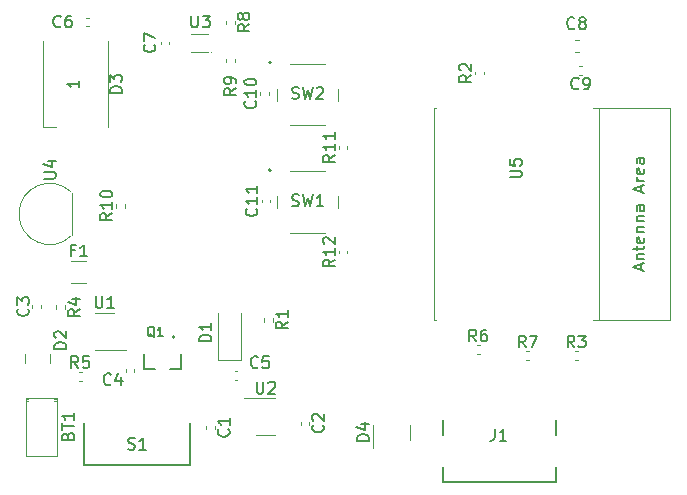
<source format=gbr>
%TF.GenerationSoftware,KiCad,Pcbnew,7.0.8*%
%TF.CreationDate,2023-10-04T18:10:58+08:00*%
%TF.ProjectId,Arsnic,4172736e-6963-42e6-9b69-6361645f7063,rev?*%
%TF.SameCoordinates,Original*%
%TF.FileFunction,Legend,Top*%
%TF.FilePolarity,Positive*%
%FSLAX46Y46*%
G04 Gerber Fmt 4.6, Leading zero omitted, Abs format (unit mm)*
G04 Created by KiCad (PCBNEW 7.0.8) date 2023-10-04 18:10:58*
%MOMM*%
%LPD*%
G01*
G04 APERTURE LIST*
%ADD10C,0.150000*%
%ADD11C,0.127000*%
%ADD12C,0.120000*%
%ADD13C,0.200000*%
%ADD14C,0.100000*%
G04 APERTURE END LIST*
D10*
X109887537Y-138507504D02*
X110030499Y-138555157D01*
X110030499Y-138555157D02*
X110268768Y-138555157D01*
X110268768Y-138555157D02*
X110364076Y-138507504D01*
X110364076Y-138507504D02*
X110411730Y-138459850D01*
X110411730Y-138459850D02*
X110459384Y-138364542D01*
X110459384Y-138364542D02*
X110459384Y-138269234D01*
X110459384Y-138269234D02*
X110411730Y-138173926D01*
X110411730Y-138173926D02*
X110364076Y-138126272D01*
X110364076Y-138126272D02*
X110268768Y-138078618D01*
X110268768Y-138078618D02*
X110078153Y-138030964D01*
X110078153Y-138030964D02*
X109982845Y-137983311D01*
X109982845Y-137983311D02*
X109935191Y-137935657D01*
X109935191Y-137935657D02*
X109887537Y-137840349D01*
X109887537Y-137840349D02*
X109887537Y-137745041D01*
X109887537Y-137745041D02*
X109935191Y-137649733D01*
X109935191Y-137649733D02*
X109982845Y-137602079D01*
X109982845Y-137602079D02*
X110078153Y-137554425D01*
X110078153Y-137554425D02*
X110316422Y-137554425D01*
X110316422Y-137554425D02*
X110459384Y-137602079D01*
X111412462Y-138555157D02*
X110840615Y-138555157D01*
X111126539Y-138555157D02*
X111126539Y-137554425D01*
X111126539Y-137554425D02*
X111031231Y-137697387D01*
X111031231Y-137697387D02*
X110935923Y-137792695D01*
X110935923Y-137792695D02*
X110840615Y-137840349D01*
X109354819Y-108338094D02*
X108354819Y-108338094D01*
X108354819Y-108338094D02*
X108354819Y-108099999D01*
X108354819Y-108099999D02*
X108402438Y-107957142D01*
X108402438Y-107957142D02*
X108497676Y-107861904D01*
X108497676Y-107861904D02*
X108592914Y-107814285D01*
X108592914Y-107814285D02*
X108783390Y-107766666D01*
X108783390Y-107766666D02*
X108926247Y-107766666D01*
X108926247Y-107766666D02*
X109116723Y-107814285D01*
X109116723Y-107814285D02*
X109211961Y-107861904D01*
X109211961Y-107861904D02*
X109307200Y-107957142D01*
X109307200Y-107957142D02*
X109354819Y-108099999D01*
X109354819Y-108099999D02*
X109354819Y-108338094D01*
X108354819Y-107433332D02*
X108354819Y-106814285D01*
X108354819Y-106814285D02*
X108735771Y-107147618D01*
X108735771Y-107147618D02*
X108735771Y-107004761D01*
X108735771Y-107004761D02*
X108783390Y-106909523D01*
X108783390Y-106909523D02*
X108831009Y-106861904D01*
X108831009Y-106861904D02*
X108926247Y-106814285D01*
X108926247Y-106814285D02*
X109164342Y-106814285D01*
X109164342Y-106814285D02*
X109259580Y-106861904D01*
X109259580Y-106861904D02*
X109307200Y-106909523D01*
X109307200Y-106909523D02*
X109354819Y-107004761D01*
X109354819Y-107004761D02*
X109354819Y-107290475D01*
X109354819Y-107290475D02*
X109307200Y-107385713D01*
X109307200Y-107385713D02*
X109259580Y-107433332D01*
X105754819Y-107314285D02*
X105754819Y-107885713D01*
X105754819Y-107599999D02*
X104754819Y-107599999D01*
X104754819Y-107599999D02*
X104897676Y-107695237D01*
X104897676Y-107695237D02*
X104992914Y-107790475D01*
X104992914Y-107790475D02*
X105040533Y-107885713D01*
X120749580Y-118142857D02*
X120797200Y-118190476D01*
X120797200Y-118190476D02*
X120844819Y-118333333D01*
X120844819Y-118333333D02*
X120844819Y-118428571D01*
X120844819Y-118428571D02*
X120797200Y-118571428D01*
X120797200Y-118571428D02*
X120701961Y-118666666D01*
X120701961Y-118666666D02*
X120606723Y-118714285D01*
X120606723Y-118714285D02*
X120416247Y-118761904D01*
X120416247Y-118761904D02*
X120273390Y-118761904D01*
X120273390Y-118761904D02*
X120082914Y-118714285D01*
X120082914Y-118714285D02*
X119987676Y-118666666D01*
X119987676Y-118666666D02*
X119892438Y-118571428D01*
X119892438Y-118571428D02*
X119844819Y-118428571D01*
X119844819Y-118428571D02*
X119844819Y-118333333D01*
X119844819Y-118333333D02*
X119892438Y-118190476D01*
X119892438Y-118190476D02*
X119940057Y-118142857D01*
X120844819Y-117190476D02*
X120844819Y-117761904D01*
X120844819Y-117476190D02*
X119844819Y-117476190D01*
X119844819Y-117476190D02*
X119987676Y-117571428D01*
X119987676Y-117571428D02*
X120082914Y-117666666D01*
X120082914Y-117666666D02*
X120130533Y-117761904D01*
X120844819Y-116238095D02*
X120844819Y-116809523D01*
X120844819Y-116523809D02*
X119844819Y-116523809D01*
X119844819Y-116523809D02*
X119987676Y-116619047D01*
X119987676Y-116619047D02*
X120082914Y-116714285D01*
X120082914Y-116714285D02*
X120130533Y-116809523D01*
X147683333Y-102859580D02*
X147635714Y-102907200D01*
X147635714Y-102907200D02*
X147492857Y-102954819D01*
X147492857Y-102954819D02*
X147397619Y-102954819D01*
X147397619Y-102954819D02*
X147254762Y-102907200D01*
X147254762Y-102907200D02*
X147159524Y-102811961D01*
X147159524Y-102811961D02*
X147111905Y-102716723D01*
X147111905Y-102716723D02*
X147064286Y-102526247D01*
X147064286Y-102526247D02*
X147064286Y-102383390D01*
X147064286Y-102383390D02*
X147111905Y-102192914D01*
X147111905Y-102192914D02*
X147159524Y-102097676D01*
X147159524Y-102097676D02*
X147254762Y-102002438D01*
X147254762Y-102002438D02*
X147397619Y-101954819D01*
X147397619Y-101954819D02*
X147492857Y-101954819D01*
X147492857Y-101954819D02*
X147635714Y-102002438D01*
X147635714Y-102002438D02*
X147683333Y-102050057D01*
X148254762Y-102383390D02*
X148159524Y-102335771D01*
X148159524Y-102335771D02*
X148111905Y-102288152D01*
X148111905Y-102288152D02*
X148064286Y-102192914D01*
X148064286Y-102192914D02*
X148064286Y-102145295D01*
X148064286Y-102145295D02*
X148111905Y-102050057D01*
X148111905Y-102050057D02*
X148159524Y-102002438D01*
X148159524Y-102002438D02*
X148254762Y-101954819D01*
X148254762Y-101954819D02*
X148445238Y-101954819D01*
X148445238Y-101954819D02*
X148540476Y-102002438D01*
X148540476Y-102002438D02*
X148588095Y-102050057D01*
X148588095Y-102050057D02*
X148635714Y-102145295D01*
X148635714Y-102145295D02*
X148635714Y-102192914D01*
X148635714Y-102192914D02*
X148588095Y-102288152D01*
X148588095Y-102288152D02*
X148540476Y-102335771D01*
X148540476Y-102335771D02*
X148445238Y-102383390D01*
X148445238Y-102383390D02*
X148254762Y-102383390D01*
X148254762Y-102383390D02*
X148159524Y-102431009D01*
X148159524Y-102431009D02*
X148111905Y-102478628D01*
X148111905Y-102478628D02*
X148064286Y-102573866D01*
X148064286Y-102573866D02*
X148064286Y-102764342D01*
X148064286Y-102764342D02*
X148111905Y-102859580D01*
X148111905Y-102859580D02*
X148159524Y-102907200D01*
X148159524Y-102907200D02*
X148254762Y-102954819D01*
X148254762Y-102954819D02*
X148445238Y-102954819D01*
X148445238Y-102954819D02*
X148540476Y-102907200D01*
X148540476Y-102907200D02*
X148588095Y-102859580D01*
X148588095Y-102859580D02*
X148635714Y-102764342D01*
X148635714Y-102764342D02*
X148635714Y-102573866D01*
X148635714Y-102573866D02*
X148588095Y-102478628D01*
X148588095Y-102478628D02*
X148540476Y-102431009D01*
X148540476Y-102431009D02*
X148445238Y-102383390D01*
X127394819Y-113610357D02*
X126918628Y-113943690D01*
X127394819Y-114181785D02*
X126394819Y-114181785D01*
X126394819Y-114181785D02*
X126394819Y-113800833D01*
X126394819Y-113800833D02*
X126442438Y-113705595D01*
X126442438Y-113705595D02*
X126490057Y-113657976D01*
X126490057Y-113657976D02*
X126585295Y-113610357D01*
X126585295Y-113610357D02*
X126728152Y-113610357D01*
X126728152Y-113610357D02*
X126823390Y-113657976D01*
X126823390Y-113657976D02*
X126871009Y-113705595D01*
X126871009Y-113705595D02*
X126918628Y-113800833D01*
X126918628Y-113800833D02*
X126918628Y-114181785D01*
X127394819Y-112657976D02*
X127394819Y-113229404D01*
X127394819Y-112943690D02*
X126394819Y-112943690D01*
X126394819Y-112943690D02*
X126537676Y-113038928D01*
X126537676Y-113038928D02*
X126632914Y-113134166D01*
X126632914Y-113134166D02*
X126680533Y-113229404D01*
X127394819Y-111705595D02*
X127394819Y-112277023D01*
X127394819Y-111991309D02*
X126394819Y-111991309D01*
X126394819Y-111991309D02*
X126537676Y-112086547D01*
X126537676Y-112086547D02*
X126632914Y-112181785D01*
X126632914Y-112181785D02*
X126680533Y-112277023D01*
X104183333Y-102709580D02*
X104135714Y-102757200D01*
X104135714Y-102757200D02*
X103992857Y-102804819D01*
X103992857Y-102804819D02*
X103897619Y-102804819D01*
X103897619Y-102804819D02*
X103754762Y-102757200D01*
X103754762Y-102757200D02*
X103659524Y-102661961D01*
X103659524Y-102661961D02*
X103611905Y-102566723D01*
X103611905Y-102566723D02*
X103564286Y-102376247D01*
X103564286Y-102376247D02*
X103564286Y-102233390D01*
X103564286Y-102233390D02*
X103611905Y-102042914D01*
X103611905Y-102042914D02*
X103659524Y-101947676D01*
X103659524Y-101947676D02*
X103754762Y-101852438D01*
X103754762Y-101852438D02*
X103897619Y-101804819D01*
X103897619Y-101804819D02*
X103992857Y-101804819D01*
X103992857Y-101804819D02*
X104135714Y-101852438D01*
X104135714Y-101852438D02*
X104183333Y-101900057D01*
X105040476Y-101804819D02*
X104850000Y-101804819D01*
X104850000Y-101804819D02*
X104754762Y-101852438D01*
X104754762Y-101852438D02*
X104707143Y-101900057D01*
X104707143Y-101900057D02*
X104611905Y-102042914D01*
X104611905Y-102042914D02*
X104564286Y-102233390D01*
X104564286Y-102233390D02*
X104564286Y-102614342D01*
X104564286Y-102614342D02*
X104611905Y-102709580D01*
X104611905Y-102709580D02*
X104659524Y-102757200D01*
X104659524Y-102757200D02*
X104754762Y-102804819D01*
X104754762Y-102804819D02*
X104945238Y-102804819D01*
X104945238Y-102804819D02*
X105040476Y-102757200D01*
X105040476Y-102757200D02*
X105088095Y-102709580D01*
X105088095Y-102709580D02*
X105135714Y-102614342D01*
X105135714Y-102614342D02*
X105135714Y-102376247D01*
X105135714Y-102376247D02*
X105088095Y-102281009D01*
X105088095Y-102281009D02*
X105040476Y-102233390D01*
X105040476Y-102233390D02*
X104945238Y-102185771D01*
X104945238Y-102185771D02*
X104754762Y-102185771D01*
X104754762Y-102185771D02*
X104659524Y-102233390D01*
X104659524Y-102233390D02*
X104611905Y-102281009D01*
X104611905Y-102281009D02*
X104564286Y-102376247D01*
X112123809Y-129038485D02*
X112047619Y-129000390D01*
X112047619Y-129000390D02*
X111971428Y-128924200D01*
X111971428Y-128924200D02*
X111857142Y-128809914D01*
X111857142Y-128809914D02*
X111780952Y-128771819D01*
X111780952Y-128771819D02*
X111704761Y-128771819D01*
X111742857Y-128962295D02*
X111666666Y-128924200D01*
X111666666Y-128924200D02*
X111590476Y-128848009D01*
X111590476Y-128848009D02*
X111552380Y-128695628D01*
X111552380Y-128695628D02*
X111552380Y-128428961D01*
X111552380Y-128428961D02*
X111590476Y-128276580D01*
X111590476Y-128276580D02*
X111666666Y-128200390D01*
X111666666Y-128200390D02*
X111742857Y-128162295D01*
X111742857Y-128162295D02*
X111895238Y-128162295D01*
X111895238Y-128162295D02*
X111971428Y-128200390D01*
X111971428Y-128200390D02*
X112047619Y-128276580D01*
X112047619Y-128276580D02*
X112085714Y-128428961D01*
X112085714Y-128428961D02*
X112085714Y-128695628D01*
X112085714Y-128695628D02*
X112047619Y-128848009D01*
X112047619Y-128848009D02*
X111971428Y-128924200D01*
X111971428Y-128924200D02*
X111895238Y-128962295D01*
X111895238Y-128962295D02*
X111742857Y-128962295D01*
X112847618Y-128962295D02*
X112390475Y-128962295D01*
X112619047Y-128962295D02*
X112619047Y-128162295D01*
X112619047Y-128162295D02*
X112542856Y-128276580D01*
X112542856Y-128276580D02*
X112466666Y-128352771D01*
X112466666Y-128352771D02*
X112390475Y-128390866D01*
X105366666Y-121681009D02*
X105033333Y-121681009D01*
X105033333Y-122204819D02*
X105033333Y-121204819D01*
X105033333Y-121204819D02*
X105509523Y-121204819D01*
X106414285Y-122204819D02*
X105842857Y-122204819D01*
X106128571Y-122204819D02*
X106128571Y-121204819D01*
X106128571Y-121204819D02*
X106033333Y-121347676D01*
X106033333Y-121347676D02*
X105938095Y-121442914D01*
X105938095Y-121442914D02*
X105842857Y-121490533D01*
X142204819Y-115511904D02*
X143014342Y-115511904D01*
X143014342Y-115511904D02*
X143109580Y-115464285D01*
X143109580Y-115464285D02*
X143157200Y-115416666D01*
X143157200Y-115416666D02*
X143204819Y-115321428D01*
X143204819Y-115321428D02*
X143204819Y-115130952D01*
X143204819Y-115130952D02*
X143157200Y-115035714D01*
X143157200Y-115035714D02*
X143109580Y-114988095D01*
X143109580Y-114988095D02*
X143014342Y-114940476D01*
X143014342Y-114940476D02*
X142204819Y-114940476D01*
X142204819Y-113988095D02*
X142204819Y-114464285D01*
X142204819Y-114464285D02*
X142681009Y-114511904D01*
X142681009Y-114511904D02*
X142633390Y-114464285D01*
X142633390Y-114464285D02*
X142585771Y-114369047D01*
X142585771Y-114369047D02*
X142585771Y-114130952D01*
X142585771Y-114130952D02*
X142633390Y-114035714D01*
X142633390Y-114035714D02*
X142681009Y-113988095D01*
X142681009Y-113988095D02*
X142776247Y-113940476D01*
X142776247Y-113940476D02*
X143014342Y-113940476D01*
X143014342Y-113940476D02*
X143109580Y-113988095D01*
X143109580Y-113988095D02*
X143157200Y-114035714D01*
X143157200Y-114035714D02*
X143204819Y-114130952D01*
X143204819Y-114130952D02*
X143204819Y-114369047D01*
X143204819Y-114369047D02*
X143157200Y-114464285D01*
X143157200Y-114464285D02*
X143109580Y-114511904D01*
X153319104Y-123361905D02*
X153319104Y-122885715D01*
X153604819Y-123457143D02*
X152604819Y-123123810D01*
X152604819Y-123123810D02*
X153604819Y-122790477D01*
X152938152Y-122457143D02*
X153604819Y-122457143D01*
X153033390Y-122457143D02*
X152985771Y-122409524D01*
X152985771Y-122409524D02*
X152938152Y-122314286D01*
X152938152Y-122314286D02*
X152938152Y-122171429D01*
X152938152Y-122171429D02*
X152985771Y-122076191D01*
X152985771Y-122076191D02*
X153081009Y-122028572D01*
X153081009Y-122028572D02*
X153604819Y-122028572D01*
X152938152Y-121695238D02*
X152938152Y-121314286D01*
X152604819Y-121552381D02*
X153461961Y-121552381D01*
X153461961Y-121552381D02*
X153557200Y-121504762D01*
X153557200Y-121504762D02*
X153604819Y-121409524D01*
X153604819Y-121409524D02*
X153604819Y-121314286D01*
X153557200Y-120600000D02*
X153604819Y-120695238D01*
X153604819Y-120695238D02*
X153604819Y-120885714D01*
X153604819Y-120885714D02*
X153557200Y-120980952D01*
X153557200Y-120980952D02*
X153461961Y-121028571D01*
X153461961Y-121028571D02*
X153081009Y-121028571D01*
X153081009Y-121028571D02*
X152985771Y-120980952D01*
X152985771Y-120980952D02*
X152938152Y-120885714D01*
X152938152Y-120885714D02*
X152938152Y-120695238D01*
X152938152Y-120695238D02*
X152985771Y-120600000D01*
X152985771Y-120600000D02*
X153081009Y-120552381D01*
X153081009Y-120552381D02*
X153176247Y-120552381D01*
X153176247Y-120552381D02*
X153271485Y-121028571D01*
X152938152Y-120123809D02*
X153604819Y-120123809D01*
X153033390Y-120123809D02*
X152985771Y-120076190D01*
X152985771Y-120076190D02*
X152938152Y-119980952D01*
X152938152Y-119980952D02*
X152938152Y-119838095D01*
X152938152Y-119838095D02*
X152985771Y-119742857D01*
X152985771Y-119742857D02*
X153081009Y-119695238D01*
X153081009Y-119695238D02*
X153604819Y-119695238D01*
X152938152Y-119219047D02*
X153604819Y-119219047D01*
X153033390Y-119219047D02*
X152985771Y-119171428D01*
X152985771Y-119171428D02*
X152938152Y-119076190D01*
X152938152Y-119076190D02*
X152938152Y-118933333D01*
X152938152Y-118933333D02*
X152985771Y-118838095D01*
X152985771Y-118838095D02*
X153081009Y-118790476D01*
X153081009Y-118790476D02*
X153604819Y-118790476D01*
X153604819Y-117885714D02*
X153081009Y-117885714D01*
X153081009Y-117885714D02*
X152985771Y-117933333D01*
X152985771Y-117933333D02*
X152938152Y-118028571D01*
X152938152Y-118028571D02*
X152938152Y-118219047D01*
X152938152Y-118219047D02*
X152985771Y-118314285D01*
X153557200Y-117885714D02*
X153604819Y-117980952D01*
X153604819Y-117980952D02*
X153604819Y-118219047D01*
X153604819Y-118219047D02*
X153557200Y-118314285D01*
X153557200Y-118314285D02*
X153461961Y-118361904D01*
X153461961Y-118361904D02*
X153366723Y-118361904D01*
X153366723Y-118361904D02*
X153271485Y-118314285D01*
X153271485Y-118314285D02*
X153223866Y-118219047D01*
X153223866Y-118219047D02*
X153223866Y-117980952D01*
X153223866Y-117980952D02*
X153176247Y-117885714D01*
X153319104Y-116695237D02*
X153319104Y-116219047D01*
X153604819Y-116790475D02*
X152604819Y-116457142D01*
X152604819Y-116457142D02*
X153604819Y-116123809D01*
X153604819Y-115790475D02*
X152938152Y-115790475D01*
X153128628Y-115790475D02*
X153033390Y-115742856D01*
X153033390Y-115742856D02*
X152985771Y-115695237D01*
X152985771Y-115695237D02*
X152938152Y-115599999D01*
X152938152Y-115599999D02*
X152938152Y-115504761D01*
X153557200Y-114790475D02*
X153604819Y-114885713D01*
X153604819Y-114885713D02*
X153604819Y-115076189D01*
X153604819Y-115076189D02*
X153557200Y-115171427D01*
X153557200Y-115171427D02*
X153461961Y-115219046D01*
X153461961Y-115219046D02*
X153081009Y-115219046D01*
X153081009Y-115219046D02*
X152985771Y-115171427D01*
X152985771Y-115171427D02*
X152938152Y-115076189D01*
X152938152Y-115076189D02*
X152938152Y-114885713D01*
X152938152Y-114885713D02*
X152985771Y-114790475D01*
X152985771Y-114790475D02*
X153081009Y-114742856D01*
X153081009Y-114742856D02*
X153176247Y-114742856D01*
X153176247Y-114742856D02*
X153271485Y-115219046D01*
X153604819Y-113885713D02*
X153081009Y-113885713D01*
X153081009Y-113885713D02*
X152985771Y-113933332D01*
X152985771Y-113933332D02*
X152938152Y-114028570D01*
X152938152Y-114028570D02*
X152938152Y-114219046D01*
X152938152Y-114219046D02*
X152985771Y-114314284D01*
X153557200Y-113885713D02*
X153604819Y-113980951D01*
X153604819Y-113980951D02*
X153604819Y-114219046D01*
X153604819Y-114219046D02*
X153557200Y-114314284D01*
X153557200Y-114314284D02*
X153461961Y-114361903D01*
X153461961Y-114361903D02*
X153366723Y-114361903D01*
X153366723Y-114361903D02*
X153271485Y-114314284D01*
X153271485Y-114314284D02*
X153223866Y-114219046D01*
X153223866Y-114219046D02*
X153223866Y-113980951D01*
X153223866Y-113980951D02*
X153176247Y-113885713D01*
X148033333Y-107969580D02*
X147985714Y-108017200D01*
X147985714Y-108017200D02*
X147842857Y-108064819D01*
X147842857Y-108064819D02*
X147747619Y-108064819D01*
X147747619Y-108064819D02*
X147604762Y-108017200D01*
X147604762Y-108017200D02*
X147509524Y-107921961D01*
X147509524Y-107921961D02*
X147461905Y-107826723D01*
X147461905Y-107826723D02*
X147414286Y-107636247D01*
X147414286Y-107636247D02*
X147414286Y-107493390D01*
X147414286Y-107493390D02*
X147461905Y-107302914D01*
X147461905Y-107302914D02*
X147509524Y-107207676D01*
X147509524Y-107207676D02*
X147604762Y-107112438D01*
X147604762Y-107112438D02*
X147747619Y-107064819D01*
X147747619Y-107064819D02*
X147842857Y-107064819D01*
X147842857Y-107064819D02*
X147985714Y-107112438D01*
X147985714Y-107112438D02*
X148033333Y-107160057D01*
X148509524Y-108064819D02*
X148700000Y-108064819D01*
X148700000Y-108064819D02*
X148795238Y-108017200D01*
X148795238Y-108017200D02*
X148842857Y-107969580D01*
X148842857Y-107969580D02*
X148938095Y-107826723D01*
X148938095Y-107826723D02*
X148985714Y-107636247D01*
X148985714Y-107636247D02*
X148985714Y-107255295D01*
X148985714Y-107255295D02*
X148938095Y-107160057D01*
X148938095Y-107160057D02*
X148890476Y-107112438D01*
X148890476Y-107112438D02*
X148795238Y-107064819D01*
X148795238Y-107064819D02*
X148604762Y-107064819D01*
X148604762Y-107064819D02*
X148509524Y-107112438D01*
X148509524Y-107112438D02*
X148461905Y-107160057D01*
X148461905Y-107160057D02*
X148414286Y-107255295D01*
X148414286Y-107255295D02*
X148414286Y-107493390D01*
X148414286Y-107493390D02*
X148461905Y-107588628D01*
X148461905Y-107588628D02*
X148509524Y-107636247D01*
X148509524Y-107636247D02*
X148604762Y-107683866D01*
X148604762Y-107683866D02*
X148795238Y-107683866D01*
X148795238Y-107683866D02*
X148890476Y-107636247D01*
X148890476Y-107636247D02*
X148938095Y-107588628D01*
X148938095Y-107588628D02*
X148985714Y-107493390D01*
X120763095Y-132804819D02*
X120763095Y-133614342D01*
X120763095Y-133614342D02*
X120810714Y-133709580D01*
X120810714Y-133709580D02*
X120858333Y-133757200D01*
X120858333Y-133757200D02*
X120953571Y-133804819D01*
X120953571Y-133804819D02*
X121144047Y-133804819D01*
X121144047Y-133804819D02*
X121239285Y-133757200D01*
X121239285Y-133757200D02*
X121286904Y-133709580D01*
X121286904Y-133709580D02*
X121334523Y-133614342D01*
X121334523Y-133614342D02*
X121334523Y-132804819D01*
X121763095Y-132900057D02*
X121810714Y-132852438D01*
X121810714Y-132852438D02*
X121905952Y-132804819D01*
X121905952Y-132804819D02*
X122144047Y-132804819D01*
X122144047Y-132804819D02*
X122239285Y-132852438D01*
X122239285Y-132852438D02*
X122286904Y-132900057D01*
X122286904Y-132900057D02*
X122334523Y-132995295D01*
X122334523Y-132995295D02*
X122334523Y-133090533D01*
X122334523Y-133090533D02*
X122286904Y-133233390D01*
X122286904Y-133233390D02*
X121715476Y-133804819D01*
X121715476Y-133804819D02*
X122334523Y-133804819D01*
X139365833Y-129394819D02*
X139032500Y-128918628D01*
X138794405Y-129394819D02*
X138794405Y-128394819D01*
X138794405Y-128394819D02*
X139175357Y-128394819D01*
X139175357Y-128394819D02*
X139270595Y-128442438D01*
X139270595Y-128442438D02*
X139318214Y-128490057D01*
X139318214Y-128490057D02*
X139365833Y-128585295D01*
X139365833Y-128585295D02*
X139365833Y-128728152D01*
X139365833Y-128728152D02*
X139318214Y-128823390D01*
X139318214Y-128823390D02*
X139270595Y-128871009D01*
X139270595Y-128871009D02*
X139175357Y-128918628D01*
X139175357Y-128918628D02*
X138794405Y-128918628D01*
X140222976Y-128394819D02*
X140032500Y-128394819D01*
X140032500Y-128394819D02*
X139937262Y-128442438D01*
X139937262Y-128442438D02*
X139889643Y-128490057D01*
X139889643Y-128490057D02*
X139794405Y-128632914D01*
X139794405Y-128632914D02*
X139746786Y-128823390D01*
X139746786Y-128823390D02*
X139746786Y-129204342D01*
X139746786Y-129204342D02*
X139794405Y-129299580D01*
X139794405Y-129299580D02*
X139842024Y-129347200D01*
X139842024Y-129347200D02*
X139937262Y-129394819D01*
X139937262Y-129394819D02*
X140127738Y-129394819D01*
X140127738Y-129394819D02*
X140222976Y-129347200D01*
X140222976Y-129347200D02*
X140270595Y-129299580D01*
X140270595Y-129299580D02*
X140318214Y-129204342D01*
X140318214Y-129204342D02*
X140318214Y-128966247D01*
X140318214Y-128966247D02*
X140270595Y-128871009D01*
X140270595Y-128871009D02*
X140222976Y-128823390D01*
X140222976Y-128823390D02*
X140127738Y-128775771D01*
X140127738Y-128775771D02*
X139937262Y-128775771D01*
X139937262Y-128775771D02*
X139842024Y-128823390D01*
X139842024Y-128823390D02*
X139794405Y-128871009D01*
X139794405Y-128871009D02*
X139746786Y-128966247D01*
X108534819Y-118540357D02*
X108058628Y-118873690D01*
X108534819Y-119111785D02*
X107534819Y-119111785D01*
X107534819Y-119111785D02*
X107534819Y-118730833D01*
X107534819Y-118730833D02*
X107582438Y-118635595D01*
X107582438Y-118635595D02*
X107630057Y-118587976D01*
X107630057Y-118587976D02*
X107725295Y-118540357D01*
X107725295Y-118540357D02*
X107868152Y-118540357D01*
X107868152Y-118540357D02*
X107963390Y-118587976D01*
X107963390Y-118587976D02*
X108011009Y-118635595D01*
X108011009Y-118635595D02*
X108058628Y-118730833D01*
X108058628Y-118730833D02*
X108058628Y-119111785D01*
X108534819Y-117587976D02*
X108534819Y-118159404D01*
X108534819Y-117873690D02*
X107534819Y-117873690D01*
X107534819Y-117873690D02*
X107677676Y-117968928D01*
X107677676Y-117968928D02*
X107772914Y-118064166D01*
X107772914Y-118064166D02*
X107820533Y-118159404D01*
X107534819Y-116968928D02*
X107534819Y-116873690D01*
X107534819Y-116873690D02*
X107582438Y-116778452D01*
X107582438Y-116778452D02*
X107630057Y-116730833D01*
X107630057Y-116730833D02*
X107725295Y-116683214D01*
X107725295Y-116683214D02*
X107915771Y-116635595D01*
X107915771Y-116635595D02*
X108153866Y-116635595D01*
X108153866Y-116635595D02*
X108344342Y-116683214D01*
X108344342Y-116683214D02*
X108439580Y-116730833D01*
X108439580Y-116730833D02*
X108487200Y-116778452D01*
X108487200Y-116778452D02*
X108534819Y-116873690D01*
X108534819Y-116873690D02*
X108534819Y-116968928D01*
X108534819Y-116968928D02*
X108487200Y-117064166D01*
X108487200Y-117064166D02*
X108439580Y-117111785D01*
X108439580Y-117111785D02*
X108344342Y-117159404D01*
X108344342Y-117159404D02*
X108153866Y-117207023D01*
X108153866Y-117207023D02*
X107915771Y-117207023D01*
X107915771Y-117207023D02*
X107725295Y-117159404D01*
X107725295Y-117159404D02*
X107630057Y-117111785D01*
X107630057Y-117111785D02*
X107582438Y-117064166D01*
X107582438Y-117064166D02*
X107534819Y-116968928D01*
X120649580Y-109042857D02*
X120697200Y-109090476D01*
X120697200Y-109090476D02*
X120744819Y-109233333D01*
X120744819Y-109233333D02*
X120744819Y-109328571D01*
X120744819Y-109328571D02*
X120697200Y-109471428D01*
X120697200Y-109471428D02*
X120601961Y-109566666D01*
X120601961Y-109566666D02*
X120506723Y-109614285D01*
X120506723Y-109614285D02*
X120316247Y-109661904D01*
X120316247Y-109661904D02*
X120173390Y-109661904D01*
X120173390Y-109661904D02*
X119982914Y-109614285D01*
X119982914Y-109614285D02*
X119887676Y-109566666D01*
X119887676Y-109566666D02*
X119792438Y-109471428D01*
X119792438Y-109471428D02*
X119744819Y-109328571D01*
X119744819Y-109328571D02*
X119744819Y-109233333D01*
X119744819Y-109233333D02*
X119792438Y-109090476D01*
X119792438Y-109090476D02*
X119840057Y-109042857D01*
X120744819Y-108090476D02*
X120744819Y-108661904D01*
X120744819Y-108376190D02*
X119744819Y-108376190D01*
X119744819Y-108376190D02*
X119887676Y-108471428D01*
X119887676Y-108471428D02*
X119982914Y-108566666D01*
X119982914Y-108566666D02*
X120030533Y-108661904D01*
X119744819Y-107471428D02*
X119744819Y-107376190D01*
X119744819Y-107376190D02*
X119792438Y-107280952D01*
X119792438Y-107280952D02*
X119840057Y-107233333D01*
X119840057Y-107233333D02*
X119935295Y-107185714D01*
X119935295Y-107185714D02*
X120125771Y-107138095D01*
X120125771Y-107138095D02*
X120363866Y-107138095D01*
X120363866Y-107138095D02*
X120554342Y-107185714D01*
X120554342Y-107185714D02*
X120649580Y-107233333D01*
X120649580Y-107233333D02*
X120697200Y-107280952D01*
X120697200Y-107280952D02*
X120744819Y-107376190D01*
X120744819Y-107376190D02*
X120744819Y-107471428D01*
X120744819Y-107471428D02*
X120697200Y-107566666D01*
X120697200Y-107566666D02*
X120649580Y-107614285D01*
X120649580Y-107614285D02*
X120554342Y-107661904D01*
X120554342Y-107661904D02*
X120363866Y-107709523D01*
X120363866Y-107709523D02*
X120125771Y-107709523D01*
X120125771Y-107709523D02*
X119935295Y-107661904D01*
X119935295Y-107661904D02*
X119840057Y-107614285D01*
X119840057Y-107614285D02*
X119792438Y-107566666D01*
X119792438Y-107566666D02*
X119744819Y-107471428D01*
X120164819Y-102534166D02*
X119688628Y-102867499D01*
X120164819Y-103105594D02*
X119164819Y-103105594D01*
X119164819Y-103105594D02*
X119164819Y-102724642D01*
X119164819Y-102724642D02*
X119212438Y-102629404D01*
X119212438Y-102629404D02*
X119260057Y-102581785D01*
X119260057Y-102581785D02*
X119355295Y-102534166D01*
X119355295Y-102534166D02*
X119498152Y-102534166D01*
X119498152Y-102534166D02*
X119593390Y-102581785D01*
X119593390Y-102581785D02*
X119641009Y-102629404D01*
X119641009Y-102629404D02*
X119688628Y-102724642D01*
X119688628Y-102724642D02*
X119688628Y-103105594D01*
X119593390Y-101962737D02*
X119545771Y-102057975D01*
X119545771Y-102057975D02*
X119498152Y-102105594D01*
X119498152Y-102105594D02*
X119402914Y-102153213D01*
X119402914Y-102153213D02*
X119355295Y-102153213D01*
X119355295Y-102153213D02*
X119260057Y-102105594D01*
X119260057Y-102105594D02*
X119212438Y-102057975D01*
X119212438Y-102057975D02*
X119164819Y-101962737D01*
X119164819Y-101962737D02*
X119164819Y-101772261D01*
X119164819Y-101772261D02*
X119212438Y-101677023D01*
X119212438Y-101677023D02*
X119260057Y-101629404D01*
X119260057Y-101629404D02*
X119355295Y-101581785D01*
X119355295Y-101581785D02*
X119402914Y-101581785D01*
X119402914Y-101581785D02*
X119498152Y-101629404D01*
X119498152Y-101629404D02*
X119545771Y-101677023D01*
X119545771Y-101677023D02*
X119593390Y-101772261D01*
X119593390Y-101772261D02*
X119593390Y-101962737D01*
X119593390Y-101962737D02*
X119641009Y-102057975D01*
X119641009Y-102057975D02*
X119688628Y-102105594D01*
X119688628Y-102105594D02*
X119783866Y-102153213D01*
X119783866Y-102153213D02*
X119974342Y-102153213D01*
X119974342Y-102153213D02*
X120069580Y-102105594D01*
X120069580Y-102105594D02*
X120117200Y-102057975D01*
X120117200Y-102057975D02*
X120164819Y-101962737D01*
X120164819Y-101962737D02*
X120164819Y-101772261D01*
X120164819Y-101772261D02*
X120117200Y-101677023D01*
X120117200Y-101677023D02*
X120069580Y-101629404D01*
X120069580Y-101629404D02*
X119974342Y-101581785D01*
X119974342Y-101581785D02*
X119783866Y-101581785D01*
X119783866Y-101581785D02*
X119688628Y-101629404D01*
X119688628Y-101629404D02*
X119641009Y-101677023D01*
X119641009Y-101677023D02*
X119593390Y-101772261D01*
X119004819Y-107966666D02*
X118528628Y-108299999D01*
X119004819Y-108538094D02*
X118004819Y-108538094D01*
X118004819Y-108538094D02*
X118004819Y-108157142D01*
X118004819Y-108157142D02*
X118052438Y-108061904D01*
X118052438Y-108061904D02*
X118100057Y-108014285D01*
X118100057Y-108014285D02*
X118195295Y-107966666D01*
X118195295Y-107966666D02*
X118338152Y-107966666D01*
X118338152Y-107966666D02*
X118433390Y-108014285D01*
X118433390Y-108014285D02*
X118481009Y-108061904D01*
X118481009Y-108061904D02*
X118528628Y-108157142D01*
X118528628Y-108157142D02*
X118528628Y-108538094D01*
X119004819Y-107490475D02*
X119004819Y-107299999D01*
X119004819Y-107299999D02*
X118957200Y-107204761D01*
X118957200Y-107204761D02*
X118909580Y-107157142D01*
X118909580Y-107157142D02*
X118766723Y-107061904D01*
X118766723Y-107061904D02*
X118576247Y-107014285D01*
X118576247Y-107014285D02*
X118195295Y-107014285D01*
X118195295Y-107014285D02*
X118100057Y-107061904D01*
X118100057Y-107061904D02*
X118052438Y-107109523D01*
X118052438Y-107109523D02*
X118004819Y-107204761D01*
X118004819Y-107204761D02*
X118004819Y-107395237D01*
X118004819Y-107395237D02*
X118052438Y-107490475D01*
X118052438Y-107490475D02*
X118100057Y-107538094D01*
X118100057Y-107538094D02*
X118195295Y-107585713D01*
X118195295Y-107585713D02*
X118433390Y-107585713D01*
X118433390Y-107585713D02*
X118528628Y-107538094D01*
X118528628Y-107538094D02*
X118576247Y-107490475D01*
X118576247Y-107490475D02*
X118623866Y-107395237D01*
X118623866Y-107395237D02*
X118623866Y-107204761D01*
X118623866Y-107204761D02*
X118576247Y-107109523D01*
X118576247Y-107109523D02*
X118528628Y-107061904D01*
X118528628Y-107061904D02*
X118433390Y-107014285D01*
X123766667Y-117907200D02*
X123909524Y-117954819D01*
X123909524Y-117954819D02*
X124147619Y-117954819D01*
X124147619Y-117954819D02*
X124242857Y-117907200D01*
X124242857Y-117907200D02*
X124290476Y-117859580D01*
X124290476Y-117859580D02*
X124338095Y-117764342D01*
X124338095Y-117764342D02*
X124338095Y-117669104D01*
X124338095Y-117669104D02*
X124290476Y-117573866D01*
X124290476Y-117573866D02*
X124242857Y-117526247D01*
X124242857Y-117526247D02*
X124147619Y-117478628D01*
X124147619Y-117478628D02*
X123957143Y-117431009D01*
X123957143Y-117431009D02*
X123861905Y-117383390D01*
X123861905Y-117383390D02*
X123814286Y-117335771D01*
X123814286Y-117335771D02*
X123766667Y-117240533D01*
X123766667Y-117240533D02*
X123766667Y-117145295D01*
X123766667Y-117145295D02*
X123814286Y-117050057D01*
X123814286Y-117050057D02*
X123861905Y-117002438D01*
X123861905Y-117002438D02*
X123957143Y-116954819D01*
X123957143Y-116954819D02*
X124195238Y-116954819D01*
X124195238Y-116954819D02*
X124338095Y-117002438D01*
X124671429Y-116954819D02*
X124909524Y-117954819D01*
X124909524Y-117954819D02*
X125100000Y-117240533D01*
X125100000Y-117240533D02*
X125290476Y-117954819D01*
X125290476Y-117954819D02*
X125528572Y-116954819D01*
X126433333Y-117954819D02*
X125861905Y-117954819D01*
X126147619Y-117954819D02*
X126147619Y-116954819D01*
X126147619Y-116954819D02*
X126052381Y-117097676D01*
X126052381Y-117097676D02*
X125957143Y-117192914D01*
X125957143Y-117192914D02*
X125861905Y-117240533D01*
X108433333Y-133009580D02*
X108385714Y-133057200D01*
X108385714Y-133057200D02*
X108242857Y-133104819D01*
X108242857Y-133104819D02*
X108147619Y-133104819D01*
X108147619Y-133104819D02*
X108004762Y-133057200D01*
X108004762Y-133057200D02*
X107909524Y-132961961D01*
X107909524Y-132961961D02*
X107861905Y-132866723D01*
X107861905Y-132866723D02*
X107814286Y-132676247D01*
X107814286Y-132676247D02*
X107814286Y-132533390D01*
X107814286Y-132533390D02*
X107861905Y-132342914D01*
X107861905Y-132342914D02*
X107909524Y-132247676D01*
X107909524Y-132247676D02*
X108004762Y-132152438D01*
X108004762Y-132152438D02*
X108147619Y-132104819D01*
X108147619Y-132104819D02*
X108242857Y-132104819D01*
X108242857Y-132104819D02*
X108385714Y-132152438D01*
X108385714Y-132152438D02*
X108433333Y-132200057D01*
X109290476Y-132438152D02*
X109290476Y-133104819D01*
X109052381Y-132057200D02*
X108814286Y-132771485D01*
X108814286Y-132771485D02*
X109433333Y-132771485D01*
X123399819Y-127714166D02*
X122923628Y-128047499D01*
X123399819Y-128285594D02*
X122399819Y-128285594D01*
X122399819Y-128285594D02*
X122399819Y-127904642D01*
X122399819Y-127904642D02*
X122447438Y-127809404D01*
X122447438Y-127809404D02*
X122495057Y-127761785D01*
X122495057Y-127761785D02*
X122590295Y-127714166D01*
X122590295Y-127714166D02*
X122733152Y-127714166D01*
X122733152Y-127714166D02*
X122828390Y-127761785D01*
X122828390Y-127761785D02*
X122876009Y-127809404D01*
X122876009Y-127809404D02*
X122923628Y-127904642D01*
X122923628Y-127904642D02*
X122923628Y-128285594D01*
X123399819Y-126761785D02*
X123399819Y-127333213D01*
X123399819Y-127047499D02*
X122399819Y-127047499D01*
X122399819Y-127047499D02*
X122542676Y-127142737D01*
X122542676Y-127142737D02*
X122637914Y-127237975D01*
X122637914Y-127237975D02*
X122685533Y-127333213D01*
X105665833Y-131644819D02*
X105332500Y-131168628D01*
X105094405Y-131644819D02*
X105094405Y-130644819D01*
X105094405Y-130644819D02*
X105475357Y-130644819D01*
X105475357Y-130644819D02*
X105570595Y-130692438D01*
X105570595Y-130692438D02*
X105618214Y-130740057D01*
X105618214Y-130740057D02*
X105665833Y-130835295D01*
X105665833Y-130835295D02*
X105665833Y-130978152D01*
X105665833Y-130978152D02*
X105618214Y-131073390D01*
X105618214Y-131073390D02*
X105570595Y-131121009D01*
X105570595Y-131121009D02*
X105475357Y-131168628D01*
X105475357Y-131168628D02*
X105094405Y-131168628D01*
X106570595Y-130644819D02*
X106094405Y-130644819D01*
X106094405Y-130644819D02*
X106046786Y-131121009D01*
X106046786Y-131121009D02*
X106094405Y-131073390D01*
X106094405Y-131073390D02*
X106189643Y-131025771D01*
X106189643Y-131025771D02*
X106427738Y-131025771D01*
X106427738Y-131025771D02*
X106522976Y-131073390D01*
X106522976Y-131073390D02*
X106570595Y-131121009D01*
X106570595Y-131121009D02*
X106618214Y-131216247D01*
X106618214Y-131216247D02*
X106618214Y-131454342D01*
X106618214Y-131454342D02*
X106570595Y-131549580D01*
X106570595Y-131549580D02*
X106522976Y-131597200D01*
X106522976Y-131597200D02*
X106427738Y-131644819D01*
X106427738Y-131644819D02*
X106189643Y-131644819D01*
X106189643Y-131644819D02*
X106094405Y-131597200D01*
X106094405Y-131597200D02*
X106046786Y-131549580D01*
X118382080Y-136834166D02*
X118429700Y-136881785D01*
X118429700Y-136881785D02*
X118477319Y-137024642D01*
X118477319Y-137024642D02*
X118477319Y-137119880D01*
X118477319Y-137119880D02*
X118429700Y-137262737D01*
X118429700Y-137262737D02*
X118334461Y-137357975D01*
X118334461Y-137357975D02*
X118239223Y-137405594D01*
X118239223Y-137405594D02*
X118048747Y-137453213D01*
X118048747Y-137453213D02*
X117905890Y-137453213D01*
X117905890Y-137453213D02*
X117715414Y-137405594D01*
X117715414Y-137405594D02*
X117620176Y-137357975D01*
X117620176Y-137357975D02*
X117524938Y-137262737D01*
X117524938Y-137262737D02*
X117477319Y-137119880D01*
X117477319Y-137119880D02*
X117477319Y-137024642D01*
X117477319Y-137024642D02*
X117524938Y-136881785D01*
X117524938Y-136881785D02*
X117572557Y-136834166D01*
X118477319Y-135881785D02*
X118477319Y-136453213D01*
X118477319Y-136167499D02*
X117477319Y-136167499D01*
X117477319Y-136167499D02*
X117620176Y-136262737D01*
X117620176Y-136262737D02*
X117715414Y-136357975D01*
X117715414Y-136357975D02*
X117763033Y-136453213D01*
X130274819Y-137818094D02*
X129274819Y-137818094D01*
X129274819Y-137818094D02*
X129274819Y-137579999D01*
X129274819Y-137579999D02*
X129322438Y-137437142D01*
X129322438Y-137437142D02*
X129417676Y-137341904D01*
X129417676Y-137341904D02*
X129512914Y-137294285D01*
X129512914Y-137294285D02*
X129703390Y-137246666D01*
X129703390Y-137246666D02*
X129846247Y-137246666D01*
X129846247Y-137246666D02*
X130036723Y-137294285D01*
X130036723Y-137294285D02*
X130131961Y-137341904D01*
X130131961Y-137341904D02*
X130227200Y-137437142D01*
X130227200Y-137437142D02*
X130274819Y-137579999D01*
X130274819Y-137579999D02*
X130274819Y-137818094D01*
X129608152Y-136389523D02*
X130274819Y-136389523D01*
X129227200Y-136627618D02*
X129941485Y-136865713D01*
X129941485Y-136865713D02*
X129941485Y-136246666D01*
X138944819Y-106834166D02*
X138468628Y-107167499D01*
X138944819Y-107405594D02*
X137944819Y-107405594D01*
X137944819Y-107405594D02*
X137944819Y-107024642D01*
X137944819Y-107024642D02*
X137992438Y-106929404D01*
X137992438Y-106929404D02*
X138040057Y-106881785D01*
X138040057Y-106881785D02*
X138135295Y-106834166D01*
X138135295Y-106834166D02*
X138278152Y-106834166D01*
X138278152Y-106834166D02*
X138373390Y-106881785D01*
X138373390Y-106881785D02*
X138421009Y-106929404D01*
X138421009Y-106929404D02*
X138468628Y-107024642D01*
X138468628Y-107024642D02*
X138468628Y-107405594D01*
X138040057Y-106453213D02*
X137992438Y-106405594D01*
X137992438Y-106405594D02*
X137944819Y-106310356D01*
X137944819Y-106310356D02*
X137944819Y-106072261D01*
X137944819Y-106072261D02*
X137992438Y-105977023D01*
X137992438Y-105977023D02*
X138040057Y-105929404D01*
X138040057Y-105929404D02*
X138135295Y-105881785D01*
X138135295Y-105881785D02*
X138230533Y-105881785D01*
X138230533Y-105881785D02*
X138373390Y-105929404D01*
X138373390Y-105929404D02*
X138944819Y-106500832D01*
X138944819Y-106500832D02*
X138944819Y-105881785D01*
X143550833Y-129894819D02*
X143217500Y-129418628D01*
X142979405Y-129894819D02*
X142979405Y-128894819D01*
X142979405Y-128894819D02*
X143360357Y-128894819D01*
X143360357Y-128894819D02*
X143455595Y-128942438D01*
X143455595Y-128942438D02*
X143503214Y-128990057D01*
X143503214Y-128990057D02*
X143550833Y-129085295D01*
X143550833Y-129085295D02*
X143550833Y-129228152D01*
X143550833Y-129228152D02*
X143503214Y-129323390D01*
X143503214Y-129323390D02*
X143455595Y-129371009D01*
X143455595Y-129371009D02*
X143360357Y-129418628D01*
X143360357Y-129418628D02*
X142979405Y-129418628D01*
X143884167Y-128894819D02*
X144550833Y-128894819D01*
X144550833Y-128894819D02*
X144122262Y-129894819D01*
X116929819Y-129388094D02*
X115929819Y-129388094D01*
X115929819Y-129388094D02*
X115929819Y-129149999D01*
X115929819Y-129149999D02*
X115977438Y-129007142D01*
X115977438Y-129007142D02*
X116072676Y-128911904D01*
X116072676Y-128911904D02*
X116167914Y-128864285D01*
X116167914Y-128864285D02*
X116358390Y-128816666D01*
X116358390Y-128816666D02*
X116501247Y-128816666D01*
X116501247Y-128816666D02*
X116691723Y-128864285D01*
X116691723Y-128864285D02*
X116786961Y-128911904D01*
X116786961Y-128911904D02*
X116882200Y-129007142D01*
X116882200Y-129007142D02*
X116929819Y-129149999D01*
X116929819Y-129149999D02*
X116929819Y-129388094D01*
X116929819Y-127864285D02*
X116929819Y-128435713D01*
X116929819Y-128149999D02*
X115929819Y-128149999D01*
X115929819Y-128149999D02*
X116072676Y-128245237D01*
X116072676Y-128245237D02*
X116167914Y-128340475D01*
X116167914Y-128340475D02*
X116215533Y-128435713D01*
X107138095Y-125554819D02*
X107138095Y-126364342D01*
X107138095Y-126364342D02*
X107185714Y-126459580D01*
X107185714Y-126459580D02*
X107233333Y-126507200D01*
X107233333Y-126507200D02*
X107328571Y-126554819D01*
X107328571Y-126554819D02*
X107519047Y-126554819D01*
X107519047Y-126554819D02*
X107614285Y-126507200D01*
X107614285Y-126507200D02*
X107661904Y-126459580D01*
X107661904Y-126459580D02*
X107709523Y-126364342D01*
X107709523Y-126364342D02*
X107709523Y-125554819D01*
X108709523Y-126554819D02*
X108138095Y-126554819D01*
X108423809Y-126554819D02*
X108423809Y-125554819D01*
X108423809Y-125554819D02*
X108328571Y-125697676D01*
X108328571Y-125697676D02*
X108233333Y-125792914D01*
X108233333Y-125792914D02*
X108138095Y-125840533D01*
X104654819Y-130038094D02*
X103654819Y-130038094D01*
X103654819Y-130038094D02*
X103654819Y-129799999D01*
X103654819Y-129799999D02*
X103702438Y-129657142D01*
X103702438Y-129657142D02*
X103797676Y-129561904D01*
X103797676Y-129561904D02*
X103892914Y-129514285D01*
X103892914Y-129514285D02*
X104083390Y-129466666D01*
X104083390Y-129466666D02*
X104226247Y-129466666D01*
X104226247Y-129466666D02*
X104416723Y-129514285D01*
X104416723Y-129514285D02*
X104511961Y-129561904D01*
X104511961Y-129561904D02*
X104607200Y-129657142D01*
X104607200Y-129657142D02*
X104654819Y-129799999D01*
X104654819Y-129799999D02*
X104654819Y-130038094D01*
X103750057Y-129085713D02*
X103702438Y-129038094D01*
X103702438Y-129038094D02*
X103654819Y-128942856D01*
X103654819Y-128942856D02*
X103654819Y-128704761D01*
X103654819Y-128704761D02*
X103702438Y-128609523D01*
X103702438Y-128609523D02*
X103750057Y-128561904D01*
X103750057Y-128561904D02*
X103845295Y-128514285D01*
X103845295Y-128514285D02*
X103940533Y-128514285D01*
X103940533Y-128514285D02*
X104083390Y-128561904D01*
X104083390Y-128561904D02*
X104654819Y-129133332D01*
X104654819Y-129133332D02*
X104654819Y-128514285D01*
X115238095Y-101804819D02*
X115238095Y-102614342D01*
X115238095Y-102614342D02*
X115285714Y-102709580D01*
X115285714Y-102709580D02*
X115333333Y-102757200D01*
X115333333Y-102757200D02*
X115428571Y-102804819D01*
X115428571Y-102804819D02*
X115619047Y-102804819D01*
X115619047Y-102804819D02*
X115714285Y-102757200D01*
X115714285Y-102757200D02*
X115761904Y-102709580D01*
X115761904Y-102709580D02*
X115809523Y-102614342D01*
X115809523Y-102614342D02*
X115809523Y-101804819D01*
X116190476Y-101804819D02*
X116809523Y-101804819D01*
X116809523Y-101804819D02*
X116476190Y-102185771D01*
X116476190Y-102185771D02*
X116619047Y-102185771D01*
X116619047Y-102185771D02*
X116714285Y-102233390D01*
X116714285Y-102233390D02*
X116761904Y-102281009D01*
X116761904Y-102281009D02*
X116809523Y-102376247D01*
X116809523Y-102376247D02*
X116809523Y-102614342D01*
X116809523Y-102614342D02*
X116761904Y-102709580D01*
X116761904Y-102709580D02*
X116714285Y-102757200D01*
X116714285Y-102757200D02*
X116619047Y-102804819D01*
X116619047Y-102804819D02*
X116333333Y-102804819D01*
X116333333Y-102804819D02*
X116238095Y-102757200D01*
X116238095Y-102757200D02*
X116190476Y-102709580D01*
X147665833Y-129894819D02*
X147332500Y-129418628D01*
X147094405Y-129894819D02*
X147094405Y-128894819D01*
X147094405Y-128894819D02*
X147475357Y-128894819D01*
X147475357Y-128894819D02*
X147570595Y-128942438D01*
X147570595Y-128942438D02*
X147618214Y-128990057D01*
X147618214Y-128990057D02*
X147665833Y-129085295D01*
X147665833Y-129085295D02*
X147665833Y-129228152D01*
X147665833Y-129228152D02*
X147618214Y-129323390D01*
X147618214Y-129323390D02*
X147570595Y-129371009D01*
X147570595Y-129371009D02*
X147475357Y-129418628D01*
X147475357Y-129418628D02*
X147094405Y-129418628D01*
X147999167Y-128894819D02*
X148618214Y-128894819D01*
X148618214Y-128894819D02*
X148284881Y-129275771D01*
X148284881Y-129275771D02*
X148427738Y-129275771D01*
X148427738Y-129275771D02*
X148522976Y-129323390D01*
X148522976Y-129323390D02*
X148570595Y-129371009D01*
X148570595Y-129371009D02*
X148618214Y-129466247D01*
X148618214Y-129466247D02*
X148618214Y-129704342D01*
X148618214Y-129704342D02*
X148570595Y-129799580D01*
X148570595Y-129799580D02*
X148522976Y-129847200D01*
X148522976Y-129847200D02*
X148427738Y-129894819D01*
X148427738Y-129894819D02*
X148142024Y-129894819D01*
X148142024Y-129894819D02*
X148046786Y-129847200D01*
X148046786Y-129847200D02*
X147999167Y-129799580D01*
X112109580Y-104266666D02*
X112157200Y-104314285D01*
X112157200Y-104314285D02*
X112204819Y-104457142D01*
X112204819Y-104457142D02*
X112204819Y-104552380D01*
X112204819Y-104552380D02*
X112157200Y-104695237D01*
X112157200Y-104695237D02*
X112061961Y-104790475D01*
X112061961Y-104790475D02*
X111966723Y-104838094D01*
X111966723Y-104838094D02*
X111776247Y-104885713D01*
X111776247Y-104885713D02*
X111633390Y-104885713D01*
X111633390Y-104885713D02*
X111442914Y-104838094D01*
X111442914Y-104838094D02*
X111347676Y-104790475D01*
X111347676Y-104790475D02*
X111252438Y-104695237D01*
X111252438Y-104695237D02*
X111204819Y-104552380D01*
X111204819Y-104552380D02*
X111204819Y-104457142D01*
X111204819Y-104457142D02*
X111252438Y-104314285D01*
X111252438Y-104314285D02*
X111300057Y-104266666D01*
X111204819Y-103933332D02*
X111204819Y-103266666D01*
X111204819Y-103266666D02*
X112204819Y-103695237D01*
X101409580Y-126616666D02*
X101457200Y-126664285D01*
X101457200Y-126664285D02*
X101504819Y-126807142D01*
X101504819Y-126807142D02*
X101504819Y-126902380D01*
X101504819Y-126902380D02*
X101457200Y-127045237D01*
X101457200Y-127045237D02*
X101361961Y-127140475D01*
X101361961Y-127140475D02*
X101266723Y-127188094D01*
X101266723Y-127188094D02*
X101076247Y-127235713D01*
X101076247Y-127235713D02*
X100933390Y-127235713D01*
X100933390Y-127235713D02*
X100742914Y-127188094D01*
X100742914Y-127188094D02*
X100647676Y-127140475D01*
X100647676Y-127140475D02*
X100552438Y-127045237D01*
X100552438Y-127045237D02*
X100504819Y-126902380D01*
X100504819Y-126902380D02*
X100504819Y-126807142D01*
X100504819Y-126807142D02*
X100552438Y-126664285D01*
X100552438Y-126664285D02*
X100600057Y-126616666D01*
X100504819Y-126283332D02*
X100504819Y-125664285D01*
X100504819Y-125664285D02*
X100885771Y-125997618D01*
X100885771Y-125997618D02*
X100885771Y-125854761D01*
X100885771Y-125854761D02*
X100933390Y-125759523D01*
X100933390Y-125759523D02*
X100981009Y-125711904D01*
X100981009Y-125711904D02*
X101076247Y-125664285D01*
X101076247Y-125664285D02*
X101314342Y-125664285D01*
X101314342Y-125664285D02*
X101409580Y-125711904D01*
X101409580Y-125711904D02*
X101457200Y-125759523D01*
X101457200Y-125759523D02*
X101504819Y-125854761D01*
X101504819Y-125854761D02*
X101504819Y-126140475D01*
X101504819Y-126140475D02*
X101457200Y-126235713D01*
X101457200Y-126235713D02*
X101409580Y-126283332D01*
X126369580Y-136484166D02*
X126417200Y-136531785D01*
X126417200Y-136531785D02*
X126464819Y-136674642D01*
X126464819Y-136674642D02*
X126464819Y-136769880D01*
X126464819Y-136769880D02*
X126417200Y-136912737D01*
X126417200Y-136912737D02*
X126321961Y-137007975D01*
X126321961Y-137007975D02*
X126226723Y-137055594D01*
X126226723Y-137055594D02*
X126036247Y-137103213D01*
X126036247Y-137103213D02*
X125893390Y-137103213D01*
X125893390Y-137103213D02*
X125702914Y-137055594D01*
X125702914Y-137055594D02*
X125607676Y-137007975D01*
X125607676Y-137007975D02*
X125512438Y-136912737D01*
X125512438Y-136912737D02*
X125464819Y-136769880D01*
X125464819Y-136769880D02*
X125464819Y-136674642D01*
X125464819Y-136674642D02*
X125512438Y-136531785D01*
X125512438Y-136531785D02*
X125560057Y-136484166D01*
X125560057Y-136103213D02*
X125512438Y-136055594D01*
X125512438Y-136055594D02*
X125464819Y-135960356D01*
X125464819Y-135960356D02*
X125464819Y-135722261D01*
X125464819Y-135722261D02*
X125512438Y-135627023D01*
X125512438Y-135627023D02*
X125560057Y-135579404D01*
X125560057Y-135579404D02*
X125655295Y-135531785D01*
X125655295Y-135531785D02*
X125750533Y-135531785D01*
X125750533Y-135531785D02*
X125893390Y-135579404D01*
X125893390Y-135579404D02*
X126464819Y-136150832D01*
X126464819Y-136150832D02*
X126464819Y-135531785D01*
X105824819Y-126664166D02*
X105348628Y-126997499D01*
X105824819Y-127235594D02*
X104824819Y-127235594D01*
X104824819Y-127235594D02*
X104824819Y-126854642D01*
X104824819Y-126854642D02*
X104872438Y-126759404D01*
X104872438Y-126759404D02*
X104920057Y-126711785D01*
X104920057Y-126711785D02*
X105015295Y-126664166D01*
X105015295Y-126664166D02*
X105158152Y-126664166D01*
X105158152Y-126664166D02*
X105253390Y-126711785D01*
X105253390Y-126711785D02*
X105301009Y-126759404D01*
X105301009Y-126759404D02*
X105348628Y-126854642D01*
X105348628Y-126854642D02*
X105348628Y-127235594D01*
X105158152Y-125807023D02*
X105824819Y-125807023D01*
X104777200Y-126045118D02*
X105491485Y-126283213D01*
X105491485Y-126283213D02*
X105491485Y-125664166D01*
X120883333Y-131559580D02*
X120835714Y-131607200D01*
X120835714Y-131607200D02*
X120692857Y-131654819D01*
X120692857Y-131654819D02*
X120597619Y-131654819D01*
X120597619Y-131654819D02*
X120454762Y-131607200D01*
X120454762Y-131607200D02*
X120359524Y-131511961D01*
X120359524Y-131511961D02*
X120311905Y-131416723D01*
X120311905Y-131416723D02*
X120264286Y-131226247D01*
X120264286Y-131226247D02*
X120264286Y-131083390D01*
X120264286Y-131083390D02*
X120311905Y-130892914D01*
X120311905Y-130892914D02*
X120359524Y-130797676D01*
X120359524Y-130797676D02*
X120454762Y-130702438D01*
X120454762Y-130702438D02*
X120597619Y-130654819D01*
X120597619Y-130654819D02*
X120692857Y-130654819D01*
X120692857Y-130654819D02*
X120835714Y-130702438D01*
X120835714Y-130702438D02*
X120883333Y-130750057D01*
X121788095Y-130654819D02*
X121311905Y-130654819D01*
X121311905Y-130654819D02*
X121264286Y-131131009D01*
X121264286Y-131131009D02*
X121311905Y-131083390D01*
X121311905Y-131083390D02*
X121407143Y-131035771D01*
X121407143Y-131035771D02*
X121645238Y-131035771D01*
X121645238Y-131035771D02*
X121740476Y-131083390D01*
X121740476Y-131083390D02*
X121788095Y-131131009D01*
X121788095Y-131131009D02*
X121835714Y-131226247D01*
X121835714Y-131226247D02*
X121835714Y-131464342D01*
X121835714Y-131464342D02*
X121788095Y-131559580D01*
X121788095Y-131559580D02*
X121740476Y-131607200D01*
X121740476Y-131607200D02*
X121645238Y-131654819D01*
X121645238Y-131654819D02*
X121407143Y-131654819D01*
X121407143Y-131654819D02*
X121311905Y-131607200D01*
X121311905Y-131607200D02*
X121264286Y-131559580D01*
X127394819Y-122460357D02*
X126918628Y-122793690D01*
X127394819Y-123031785D02*
X126394819Y-123031785D01*
X126394819Y-123031785D02*
X126394819Y-122650833D01*
X126394819Y-122650833D02*
X126442438Y-122555595D01*
X126442438Y-122555595D02*
X126490057Y-122507976D01*
X126490057Y-122507976D02*
X126585295Y-122460357D01*
X126585295Y-122460357D02*
X126728152Y-122460357D01*
X126728152Y-122460357D02*
X126823390Y-122507976D01*
X126823390Y-122507976D02*
X126871009Y-122555595D01*
X126871009Y-122555595D02*
X126918628Y-122650833D01*
X126918628Y-122650833D02*
X126918628Y-123031785D01*
X127394819Y-121507976D02*
X127394819Y-122079404D01*
X127394819Y-121793690D02*
X126394819Y-121793690D01*
X126394819Y-121793690D02*
X126537676Y-121888928D01*
X126537676Y-121888928D02*
X126632914Y-121984166D01*
X126632914Y-121984166D02*
X126680533Y-122079404D01*
X126490057Y-121127023D02*
X126442438Y-121079404D01*
X126442438Y-121079404D02*
X126394819Y-120984166D01*
X126394819Y-120984166D02*
X126394819Y-120746071D01*
X126394819Y-120746071D02*
X126442438Y-120650833D01*
X126442438Y-120650833D02*
X126490057Y-120603214D01*
X126490057Y-120603214D02*
X126585295Y-120555595D01*
X126585295Y-120555595D02*
X126680533Y-120555595D01*
X126680533Y-120555595D02*
X126823390Y-120603214D01*
X126823390Y-120603214D02*
X127394819Y-121174642D01*
X127394819Y-121174642D02*
X127394819Y-120555595D01*
X123766667Y-108807200D02*
X123909524Y-108854819D01*
X123909524Y-108854819D02*
X124147619Y-108854819D01*
X124147619Y-108854819D02*
X124242857Y-108807200D01*
X124242857Y-108807200D02*
X124290476Y-108759580D01*
X124290476Y-108759580D02*
X124338095Y-108664342D01*
X124338095Y-108664342D02*
X124338095Y-108569104D01*
X124338095Y-108569104D02*
X124290476Y-108473866D01*
X124290476Y-108473866D02*
X124242857Y-108426247D01*
X124242857Y-108426247D02*
X124147619Y-108378628D01*
X124147619Y-108378628D02*
X123957143Y-108331009D01*
X123957143Y-108331009D02*
X123861905Y-108283390D01*
X123861905Y-108283390D02*
X123814286Y-108235771D01*
X123814286Y-108235771D02*
X123766667Y-108140533D01*
X123766667Y-108140533D02*
X123766667Y-108045295D01*
X123766667Y-108045295D02*
X123814286Y-107950057D01*
X123814286Y-107950057D02*
X123861905Y-107902438D01*
X123861905Y-107902438D02*
X123957143Y-107854819D01*
X123957143Y-107854819D02*
X124195238Y-107854819D01*
X124195238Y-107854819D02*
X124338095Y-107902438D01*
X124671429Y-107854819D02*
X124909524Y-108854819D01*
X124909524Y-108854819D02*
X125100000Y-108140533D01*
X125100000Y-108140533D02*
X125290476Y-108854819D01*
X125290476Y-108854819D02*
X125528572Y-107854819D01*
X125861905Y-107950057D02*
X125909524Y-107902438D01*
X125909524Y-107902438D02*
X126004762Y-107854819D01*
X126004762Y-107854819D02*
X126242857Y-107854819D01*
X126242857Y-107854819D02*
X126338095Y-107902438D01*
X126338095Y-107902438D02*
X126385714Y-107950057D01*
X126385714Y-107950057D02*
X126433333Y-108045295D01*
X126433333Y-108045295D02*
X126433333Y-108140533D01*
X126433333Y-108140533D02*
X126385714Y-108283390D01*
X126385714Y-108283390D02*
X125814286Y-108854819D01*
X125814286Y-108854819D02*
X126433333Y-108854819D01*
X140916666Y-136804819D02*
X140916666Y-137519104D01*
X140916666Y-137519104D02*
X140869047Y-137661961D01*
X140869047Y-137661961D02*
X140773809Y-137757200D01*
X140773809Y-137757200D02*
X140630952Y-137804819D01*
X140630952Y-137804819D02*
X140535714Y-137804819D01*
X141916666Y-137804819D02*
X141345238Y-137804819D01*
X141630952Y-137804819D02*
X141630952Y-136804819D01*
X141630952Y-136804819D02*
X141535714Y-136947676D01*
X141535714Y-136947676D02*
X141440476Y-137042914D01*
X141440476Y-137042914D02*
X141345238Y-137090533D01*
X104766009Y-137405714D02*
X104813628Y-137262857D01*
X104813628Y-137262857D02*
X104861247Y-137215238D01*
X104861247Y-137215238D02*
X104956485Y-137167619D01*
X104956485Y-137167619D02*
X105099342Y-137167619D01*
X105099342Y-137167619D02*
X105194580Y-137215238D01*
X105194580Y-137215238D02*
X105242200Y-137262857D01*
X105242200Y-137262857D02*
X105289819Y-137358095D01*
X105289819Y-137358095D02*
X105289819Y-137739047D01*
X105289819Y-137739047D02*
X104289819Y-137739047D01*
X104289819Y-137739047D02*
X104289819Y-137405714D01*
X104289819Y-137405714D02*
X104337438Y-137310476D01*
X104337438Y-137310476D02*
X104385057Y-137262857D01*
X104385057Y-137262857D02*
X104480295Y-137215238D01*
X104480295Y-137215238D02*
X104575533Y-137215238D01*
X104575533Y-137215238D02*
X104670771Y-137262857D01*
X104670771Y-137262857D02*
X104718390Y-137310476D01*
X104718390Y-137310476D02*
X104766009Y-137405714D01*
X104766009Y-137405714D02*
X104766009Y-137739047D01*
X104289819Y-136881904D02*
X104289819Y-136310476D01*
X105289819Y-136596190D02*
X104289819Y-136596190D01*
X105289819Y-135453333D02*
X105289819Y-136024761D01*
X105289819Y-135739047D02*
X104289819Y-135739047D01*
X104289819Y-135739047D02*
X104432676Y-135834285D01*
X104432676Y-135834285D02*
X104527914Y-135929523D01*
X104527914Y-135929523D02*
X104575533Y-136024761D01*
X102754819Y-115611904D02*
X103564342Y-115611904D01*
X103564342Y-115611904D02*
X103659580Y-115564285D01*
X103659580Y-115564285D02*
X103707200Y-115516666D01*
X103707200Y-115516666D02*
X103754819Y-115421428D01*
X103754819Y-115421428D02*
X103754819Y-115230952D01*
X103754819Y-115230952D02*
X103707200Y-115135714D01*
X103707200Y-115135714D02*
X103659580Y-115088095D01*
X103659580Y-115088095D02*
X103564342Y-115040476D01*
X103564342Y-115040476D02*
X102754819Y-115040476D01*
X103088152Y-114135714D02*
X103754819Y-114135714D01*
X102707200Y-114373809D02*
X103421485Y-114611904D01*
X103421485Y-114611904D02*
X103421485Y-113992857D01*
D11*
%TO.C,S1*%
X115150000Y-136300000D02*
X115150000Y-139900000D01*
X106150000Y-139900000D02*
X115150000Y-139900000D01*
X106150000Y-136300000D02*
X106150000Y-139900000D01*
D12*
%TO.C,D3*%
X108150000Y-103950000D02*
X108150000Y-111250000D01*
X102650000Y-103950000D02*
X102650000Y-111250000D01*
X102650000Y-111250000D02*
X103800000Y-111250000D01*
%TO.C,C11*%
X121190000Y-117615835D02*
X121190000Y-117384165D01*
X121910000Y-117615835D02*
X121910000Y-117384165D01*
%TO.C,C8*%
X148033767Y-104860000D02*
X147741233Y-104860000D01*
X148033767Y-103840000D02*
X147741233Y-103840000D01*
%TO.C,R11*%
X127740000Y-113083335D02*
X127740000Y-112851665D01*
X128460000Y-113083335D02*
X128460000Y-112851665D01*
%TO.C,C6*%
X106598335Y-102710000D02*
X106366665Y-102710000D01*
X106598335Y-101990000D02*
X106366665Y-101990000D01*
D11*
%TO.C,Q1*%
X114355000Y-130470000D02*
X114355000Y-131770000D01*
X111275000Y-130470000D02*
X111275000Y-131770000D01*
X114355000Y-131770000D02*
X113440000Y-131770000D01*
X111275000Y-131770000D02*
X112190000Y-131770000D01*
D13*
X113830000Y-129020000D02*
G75*
G03*
X113830000Y-129020000I-100000J0D01*
G01*
D12*
%TO.C,F1*%
X106302064Y-124410000D02*
X105097936Y-124410000D01*
X106302064Y-122590000D02*
X105097936Y-122590000D01*
%TO.C,U5*%
X155750000Y-109600000D02*
X149250000Y-109600000D01*
X155750000Y-109600000D02*
X155750000Y-127600000D01*
X135750000Y-109600000D02*
X136000000Y-109600000D01*
X155750000Y-127600000D02*
X149250000Y-127600000D01*
X149750000Y-127600000D02*
X149750000Y-109650000D01*
X136000000Y-127600000D02*
X135750000Y-127600000D01*
X135750000Y-127600000D02*
X135750000Y-109600000D01*
%TO.C,C9*%
X148315835Y-106810000D02*
X148084165Y-106810000D01*
X148315835Y-106090000D02*
X148084165Y-106090000D01*
%TO.C,U2*%
X121525000Y-134190000D02*
X119725000Y-134190000D01*
X121525000Y-134190000D02*
X122325000Y-134190000D01*
X121525000Y-137310000D02*
X120725000Y-137310000D01*
X121525000Y-137310000D02*
X122325000Y-137310000D01*
%TO.C,R6*%
X139416665Y-129740000D02*
X139648335Y-129740000D01*
X139416665Y-130460000D02*
X139648335Y-130460000D01*
%TO.C,R10*%
X108870000Y-118065121D02*
X108870000Y-117729879D01*
X109630000Y-118065121D02*
X109630000Y-117729879D01*
%TO.C,C10*%
X121090000Y-108515835D02*
X121090000Y-108284165D01*
X121810000Y-108515835D02*
X121810000Y-108284165D01*
%TO.C,R8*%
X118910000Y-102251665D02*
X118910000Y-102483335D01*
X118190000Y-102251665D02*
X118190000Y-102483335D01*
%TO.C,R9*%
X118190000Y-105733335D02*
X118190000Y-105501665D01*
X118910000Y-105733335D02*
X118910000Y-105501665D01*
D14*
%TO.C,SW1*%
X122500000Y-117100000D02*
X122500000Y-118100000D01*
X123600000Y-115000000D02*
X126600000Y-115000000D01*
X123600000Y-120200000D02*
X126600000Y-120200000D01*
X127700000Y-117100000D02*
X127700000Y-118100000D01*
D13*
X121900000Y-115000000D02*
G75*
G03*
X121900000Y-114800000I0J100000D01*
G01*
X121900000Y-114800000D02*
G75*
G03*
X121900000Y-115000000I0J-100000D01*
G01*
D12*
%TO.C,C4*%
X110410000Y-131751665D02*
X110410000Y-131983335D01*
X109690000Y-131751665D02*
X109690000Y-131983335D01*
%TO.C,R1*%
X122155000Y-127379879D02*
X122155000Y-127715121D01*
X121395000Y-127379879D02*
X121395000Y-127715121D01*
%TO.C,R5*%
X105716665Y-131990000D02*
X105948335Y-131990000D01*
X105716665Y-132710000D02*
X105948335Y-132710000D01*
%TO.C,C1*%
X117222500Y-136551665D02*
X117222500Y-136783335D01*
X116502500Y-136551665D02*
X116502500Y-136783335D01*
%TO.C,D4*%
X133760000Y-137750000D02*
X133760000Y-136450000D01*
X130640000Y-136450000D02*
X130640000Y-138450000D01*
%TO.C,R2*%
X139290000Y-106783335D02*
X139290000Y-106551665D01*
X140010000Y-106783335D02*
X140010000Y-106551665D01*
%TO.C,R7*%
X143601665Y-130240000D02*
X143833335Y-130240000D01*
X143601665Y-130960000D02*
X143833335Y-130960000D01*
%TO.C,D1*%
X117475000Y-131010000D02*
X119475000Y-131010000D01*
X117475000Y-131010000D02*
X117475000Y-127000000D01*
X119475000Y-131010000D02*
X119475000Y-127000000D01*
%TO.C,U1*%
X107912500Y-130110000D02*
X109712500Y-130110000D01*
X107912500Y-130110000D02*
X107112500Y-130110000D01*
X107912500Y-126990000D02*
X108712500Y-126990000D01*
X107912500Y-126990000D02*
X107112500Y-126990000D01*
%TO.C,D2*%
X101190000Y-131210000D02*
X101190000Y-130479000D01*
X103310000Y-131210000D02*
X103310000Y-130479000D01*
D14*
%TO.C,U3*%
X116650000Y-104867500D02*
X115250000Y-104867500D01*
X116650000Y-103367500D02*
X115250000Y-103367500D01*
X117000000Y-104917500D02*
G75*
G03*
X117000000Y-104917500I-50000J0D01*
G01*
D12*
%TO.C,R3*%
X147716665Y-130240000D02*
X147948335Y-130240000D01*
X147716665Y-130960000D02*
X147948335Y-130960000D01*
%TO.C,C7*%
X113360000Y-104001665D02*
X113360000Y-104233335D01*
X112640000Y-104001665D02*
X112640000Y-104233335D01*
%TO.C,C3*%
X102510000Y-126351665D02*
X102510000Y-126583335D01*
X101790000Y-126351665D02*
X101790000Y-126583335D01*
%TO.C,C2*%
X125210000Y-136201665D02*
X125210000Y-136433335D01*
X124490000Y-136201665D02*
X124490000Y-136433335D01*
%TO.C,R4*%
X104580000Y-126329879D02*
X104580000Y-126665121D01*
X103820000Y-126329879D02*
X103820000Y-126665121D01*
%TO.C,C5*%
X118916665Y-131940000D02*
X119148335Y-131940000D01*
X118916665Y-132660000D02*
X119148335Y-132660000D01*
%TO.C,R12*%
X127740000Y-121933335D02*
X127740000Y-121701665D01*
X128460000Y-121933335D02*
X128460000Y-121701665D01*
D14*
%TO.C,SW2*%
X122500000Y-108000000D02*
X122500000Y-109000000D01*
X123600000Y-105900000D02*
X126600000Y-105900000D01*
X123600000Y-111100000D02*
X126600000Y-111100000D01*
X127700000Y-108000000D02*
X127700000Y-109000000D01*
D13*
X121900000Y-105900000D02*
G75*
G03*
X121900000Y-105700000I0J100000D01*
G01*
X121900000Y-105700000D02*
G75*
G03*
X121900000Y-105900000I0J-100000D01*
G01*
%TO.C,J1*%
X136580000Y-136050000D02*
X136580000Y-137300000D01*
X136580000Y-140020000D02*
X136580000Y-141300000D01*
X136580000Y-141300000D02*
X146160000Y-141300000D01*
X146160000Y-136050000D02*
X146160000Y-137300000D01*
X146160000Y-141300000D02*
X146160000Y-140020000D01*
D12*
%TO.C,BT1*%
X103835000Y-134160000D02*
X101215000Y-134160000D01*
X103835000Y-134160000D02*
X103835000Y-139080000D01*
X101215000Y-134160000D02*
X101215000Y-139080000D01*
X103835000Y-134280000D02*
X103605000Y-134280000D01*
X101445000Y-134280000D02*
X101215000Y-134280000D01*
X103835000Y-134400000D02*
X103605000Y-134400000D01*
X101445000Y-134400000D02*
X101215000Y-134400000D01*
X103835000Y-139080000D02*
X101215000Y-139080000D01*
%TO.C,U4*%
X105100000Y-120400000D02*
X105100000Y-116800000D01*
X100650000Y-118600000D02*
G75*
G03*
X105088478Y-120438478I2600000J0D01*
G01*
X105088478Y-116761522D02*
G75*
G03*
X100650000Y-118600000I-1838478J-1838478D01*
G01*
%TD*%
M02*

</source>
